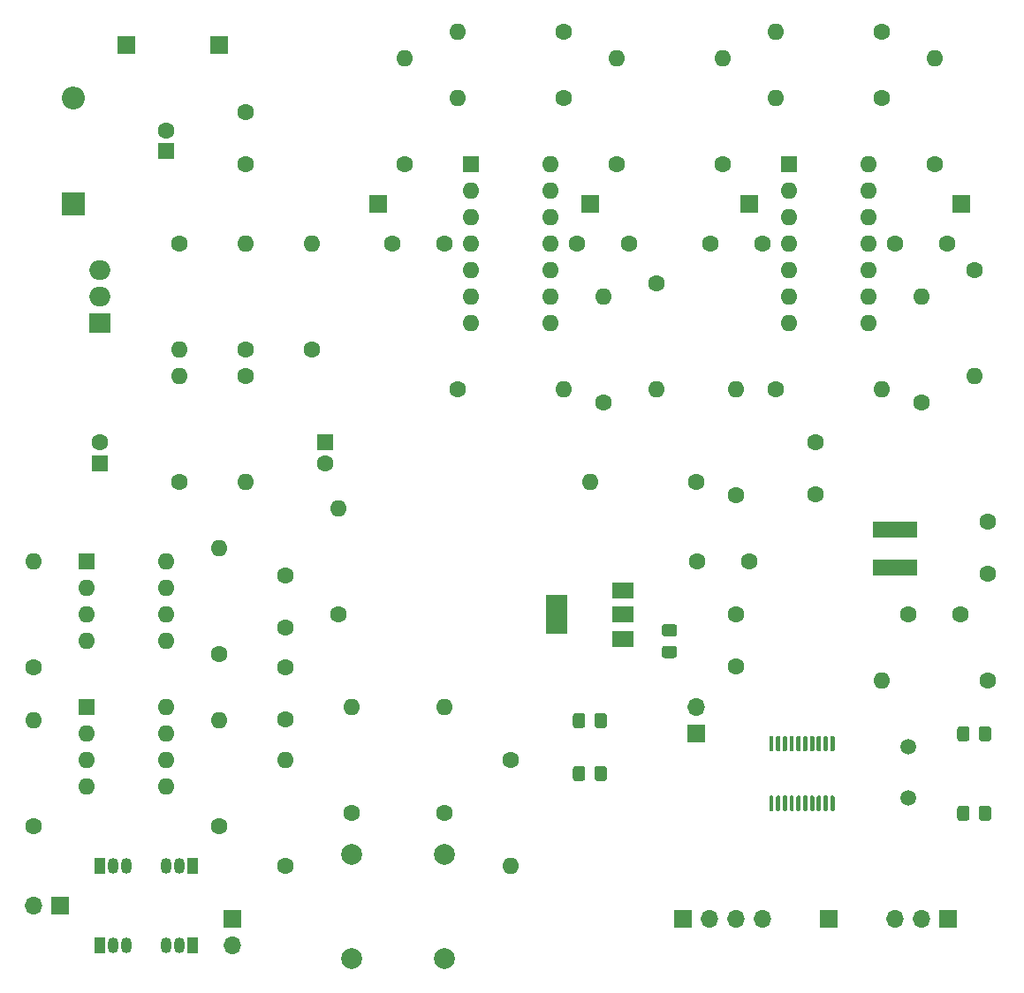
<source format=gbr>
%TF.GenerationSoftware,KiCad,Pcbnew,5.1.8-5.1.8*%
%TF.CreationDate,2021-02-27T17:22:07+08:00*%
%TF.ProjectId,Resolver,5265736f-6c76-4657-922e-6b696361645f,rev?*%
%TF.SameCoordinates,Original*%
%TF.FileFunction,Soldermask,Top*%
%TF.FilePolarity,Negative*%
%FSLAX46Y46*%
G04 Gerber Fmt 4.6, Leading zero omitted, Abs format (unit mm)*
G04 Created by KiCad (PCBNEW 5.1.8-5.1.8) date 2021-02-27 17:22:07*
%MOMM*%
%LPD*%
G01*
G04 APERTURE LIST*
%ADD10O,1.600000X1.600000*%
%ADD11C,1.600000*%
%ADD12O,1.700000X1.700000*%
%ADD13R,1.700000X1.700000*%
%ADD14C,1.500000*%
%ADD15R,1.600000X1.600000*%
%ADD16R,2.000000X1.500000*%
%ADD17R,2.000000X3.800000*%
%ADD18O,2.000000X1.905000*%
%ADD19R,2.000000X1.905000*%
%ADD20R,1.050000X1.500000*%
%ADD21O,1.050000X1.500000*%
%ADD22R,4.200000X1.500000*%
%ADD23O,2.200000X2.200000*%
%ADD24R,2.200000X2.200000*%
%ADD25C,2.000000*%
G04 APERTURE END LIST*
D10*
%TO.C,R31*%
X181610000Y-473710000D03*
D11*
X181610000Y-483870000D03*
%TD*%
D10*
%TO.C,R30*%
X194310000Y-472440000D03*
D11*
X194310000Y-482600000D03*
%TD*%
D10*
%TO.C,R29*%
X203200000Y-472440000D03*
D11*
X203200000Y-482600000D03*
%TD*%
D10*
%TO.C,R28*%
X187960000Y-477520000D03*
D11*
X187960000Y-487680000D03*
%TD*%
D10*
%TO.C,R27*%
X209550000Y-487680000D03*
D11*
X209550000Y-477520000D03*
%TD*%
D10*
%TO.C,R26*%
X163830000Y-473710000D03*
D11*
X163830000Y-483870000D03*
%TD*%
D10*
%TO.C,R25*%
X181610000Y-457200000D03*
D11*
X181610000Y-467360000D03*
%TD*%
D10*
%TO.C,R24*%
X231140000Y-441960000D03*
D11*
X231140000Y-452120000D03*
%TD*%
D10*
%TO.C,R23*%
X217170000Y-450850000D03*
D11*
X227330000Y-450850000D03*
%TD*%
D10*
%TO.C,R22*%
X245110000Y-441960000D03*
D11*
X234950000Y-441960000D03*
%TD*%
D10*
%TO.C,R21*%
X214630000Y-441960000D03*
D11*
X204470000Y-441960000D03*
%TD*%
D10*
%TO.C,R20*%
X248920000Y-433070000D03*
D11*
X248920000Y-443230000D03*
%TD*%
D10*
%TO.C,R19*%
X218440000Y-433070000D03*
D11*
X218440000Y-443230000D03*
%TD*%
D10*
%TO.C,R18*%
X254000000Y-440690000D03*
D11*
X254000000Y-430530000D03*
%TD*%
D10*
%TO.C,R17*%
X234950000Y-407670000D03*
D11*
X245110000Y-407670000D03*
%TD*%
D10*
%TO.C,R16*%
X223520000Y-441960000D03*
D11*
X223520000Y-431800000D03*
%TD*%
D10*
%TO.C,R15*%
X204470000Y-407670000D03*
D11*
X214630000Y-407670000D03*
%TD*%
D10*
%TO.C,R14*%
X229870000Y-410210000D03*
D11*
X229870000Y-420370000D03*
%TD*%
D10*
%TO.C,R13*%
X199390000Y-410210000D03*
D11*
X199390000Y-420370000D03*
%TD*%
D10*
%TO.C,R12*%
X250190000Y-410210000D03*
D11*
X250190000Y-420370000D03*
%TD*%
D10*
%TO.C,R11*%
X219710000Y-410210000D03*
D11*
X219710000Y-420370000D03*
%TD*%
D10*
%TO.C,R10*%
X234950000Y-414020000D03*
D11*
X245110000Y-414020000D03*
%TD*%
D10*
%TO.C,R9*%
X204470000Y-414020000D03*
D11*
X214630000Y-414020000D03*
%TD*%
D10*
%TO.C,R8*%
X163830000Y-458470000D03*
D11*
X163830000Y-468630000D03*
%TD*%
D10*
%TO.C,R7*%
X193040000Y-453390000D03*
D11*
X193040000Y-463550000D03*
%TD*%
D10*
%TO.C,R6*%
X177800000Y-440690000D03*
D11*
X177800000Y-450850000D03*
%TD*%
D10*
%TO.C,R5*%
X184150000Y-450850000D03*
D11*
X184150000Y-440690000D03*
%TD*%
D10*
%TO.C,R4*%
X245110000Y-469900000D03*
D11*
X255270000Y-469900000D03*
%TD*%
D10*
%TO.C,R3*%
X177800000Y-438150000D03*
D11*
X177800000Y-427990000D03*
%TD*%
D10*
%TO.C,R2*%
X190500000Y-427990000D03*
D11*
X190500000Y-438150000D03*
%TD*%
D10*
%TO.C,R1*%
X184150000Y-427990000D03*
D11*
X184150000Y-438150000D03*
%TD*%
D12*
%TO.C,J13*%
X182880000Y-495300000D03*
D13*
X182880000Y-492760000D03*
%TD*%
D14*
%TO.C,Y1*%
X247650000Y-481130000D03*
X247650000Y-476250000D03*
%TD*%
D10*
%TO.C,U8*%
X176530000Y-472440000D03*
X168910000Y-480060000D03*
X176530000Y-474980000D03*
X168910000Y-477520000D03*
X176530000Y-477520000D03*
X168910000Y-474980000D03*
X176530000Y-480060000D03*
D15*
X168910000Y-472440000D03*
%TD*%
D10*
%TO.C,U7*%
X243840000Y-420370000D03*
X236220000Y-435610000D03*
X243840000Y-422910000D03*
X236220000Y-433070000D03*
X243840000Y-425450000D03*
X236220000Y-430530000D03*
X243840000Y-427990000D03*
X236220000Y-427990000D03*
X243840000Y-430530000D03*
X236220000Y-425450000D03*
X243840000Y-433070000D03*
X236220000Y-422910000D03*
X243840000Y-435610000D03*
D15*
X236220000Y-420370000D03*
%TD*%
D10*
%TO.C,U6*%
X213360000Y-420370000D03*
X205740000Y-435610000D03*
X213360000Y-422910000D03*
X205740000Y-433070000D03*
X213360000Y-425450000D03*
X205740000Y-430530000D03*
X213360000Y-427990000D03*
X205740000Y-427990000D03*
X213360000Y-430530000D03*
X205740000Y-425450000D03*
X213360000Y-433070000D03*
X205740000Y-422910000D03*
X213360000Y-435610000D03*
D15*
X205740000Y-420370000D03*
%TD*%
%TO.C,U4*%
G36*
G01*
X240315000Y-480915000D02*
X240515000Y-480915000D01*
G75*
G02*
X240615000Y-481015000I0J-100000D01*
G01*
X240615000Y-482290000D01*
G75*
G02*
X240515000Y-482390000I-100000J0D01*
G01*
X240315000Y-482390000D01*
G75*
G02*
X240215000Y-482290000I0J100000D01*
G01*
X240215000Y-481015000D01*
G75*
G02*
X240315000Y-480915000I100000J0D01*
G01*
G37*
G36*
G01*
X239665000Y-480915000D02*
X239865000Y-480915000D01*
G75*
G02*
X239965000Y-481015000I0J-100000D01*
G01*
X239965000Y-482290000D01*
G75*
G02*
X239865000Y-482390000I-100000J0D01*
G01*
X239665000Y-482390000D01*
G75*
G02*
X239565000Y-482290000I0J100000D01*
G01*
X239565000Y-481015000D01*
G75*
G02*
X239665000Y-480915000I100000J0D01*
G01*
G37*
G36*
G01*
X239015000Y-480915000D02*
X239215000Y-480915000D01*
G75*
G02*
X239315000Y-481015000I0J-100000D01*
G01*
X239315000Y-482290000D01*
G75*
G02*
X239215000Y-482390000I-100000J0D01*
G01*
X239015000Y-482390000D01*
G75*
G02*
X238915000Y-482290000I0J100000D01*
G01*
X238915000Y-481015000D01*
G75*
G02*
X239015000Y-480915000I100000J0D01*
G01*
G37*
G36*
G01*
X238365000Y-480915000D02*
X238565000Y-480915000D01*
G75*
G02*
X238665000Y-481015000I0J-100000D01*
G01*
X238665000Y-482290000D01*
G75*
G02*
X238565000Y-482390000I-100000J0D01*
G01*
X238365000Y-482390000D01*
G75*
G02*
X238265000Y-482290000I0J100000D01*
G01*
X238265000Y-481015000D01*
G75*
G02*
X238365000Y-480915000I100000J0D01*
G01*
G37*
G36*
G01*
X237715000Y-480915000D02*
X237915000Y-480915000D01*
G75*
G02*
X238015000Y-481015000I0J-100000D01*
G01*
X238015000Y-482290000D01*
G75*
G02*
X237915000Y-482390000I-100000J0D01*
G01*
X237715000Y-482390000D01*
G75*
G02*
X237615000Y-482290000I0J100000D01*
G01*
X237615000Y-481015000D01*
G75*
G02*
X237715000Y-480915000I100000J0D01*
G01*
G37*
G36*
G01*
X237065000Y-480915000D02*
X237265000Y-480915000D01*
G75*
G02*
X237365000Y-481015000I0J-100000D01*
G01*
X237365000Y-482290000D01*
G75*
G02*
X237265000Y-482390000I-100000J0D01*
G01*
X237065000Y-482390000D01*
G75*
G02*
X236965000Y-482290000I0J100000D01*
G01*
X236965000Y-481015000D01*
G75*
G02*
X237065000Y-480915000I100000J0D01*
G01*
G37*
G36*
G01*
X236415000Y-480915000D02*
X236615000Y-480915000D01*
G75*
G02*
X236715000Y-481015000I0J-100000D01*
G01*
X236715000Y-482290000D01*
G75*
G02*
X236615000Y-482390000I-100000J0D01*
G01*
X236415000Y-482390000D01*
G75*
G02*
X236315000Y-482290000I0J100000D01*
G01*
X236315000Y-481015000D01*
G75*
G02*
X236415000Y-480915000I100000J0D01*
G01*
G37*
G36*
G01*
X235765000Y-480915000D02*
X235965000Y-480915000D01*
G75*
G02*
X236065000Y-481015000I0J-100000D01*
G01*
X236065000Y-482290000D01*
G75*
G02*
X235965000Y-482390000I-100000J0D01*
G01*
X235765000Y-482390000D01*
G75*
G02*
X235665000Y-482290000I0J100000D01*
G01*
X235665000Y-481015000D01*
G75*
G02*
X235765000Y-480915000I100000J0D01*
G01*
G37*
G36*
G01*
X235115000Y-480915000D02*
X235315000Y-480915000D01*
G75*
G02*
X235415000Y-481015000I0J-100000D01*
G01*
X235415000Y-482290000D01*
G75*
G02*
X235315000Y-482390000I-100000J0D01*
G01*
X235115000Y-482390000D01*
G75*
G02*
X235015000Y-482290000I0J100000D01*
G01*
X235015000Y-481015000D01*
G75*
G02*
X235115000Y-480915000I100000J0D01*
G01*
G37*
G36*
G01*
X234465000Y-480915000D02*
X234665000Y-480915000D01*
G75*
G02*
X234765000Y-481015000I0J-100000D01*
G01*
X234765000Y-482290000D01*
G75*
G02*
X234665000Y-482390000I-100000J0D01*
G01*
X234465000Y-482390000D01*
G75*
G02*
X234365000Y-482290000I0J100000D01*
G01*
X234365000Y-481015000D01*
G75*
G02*
X234465000Y-480915000I100000J0D01*
G01*
G37*
G36*
G01*
X234465000Y-475190000D02*
X234665000Y-475190000D01*
G75*
G02*
X234765000Y-475290000I0J-100000D01*
G01*
X234765000Y-476565000D01*
G75*
G02*
X234665000Y-476665000I-100000J0D01*
G01*
X234465000Y-476665000D01*
G75*
G02*
X234365000Y-476565000I0J100000D01*
G01*
X234365000Y-475290000D01*
G75*
G02*
X234465000Y-475190000I100000J0D01*
G01*
G37*
G36*
G01*
X235115000Y-475190000D02*
X235315000Y-475190000D01*
G75*
G02*
X235415000Y-475290000I0J-100000D01*
G01*
X235415000Y-476565000D01*
G75*
G02*
X235315000Y-476665000I-100000J0D01*
G01*
X235115000Y-476665000D01*
G75*
G02*
X235015000Y-476565000I0J100000D01*
G01*
X235015000Y-475290000D01*
G75*
G02*
X235115000Y-475190000I100000J0D01*
G01*
G37*
G36*
G01*
X235765000Y-475190000D02*
X235965000Y-475190000D01*
G75*
G02*
X236065000Y-475290000I0J-100000D01*
G01*
X236065000Y-476565000D01*
G75*
G02*
X235965000Y-476665000I-100000J0D01*
G01*
X235765000Y-476665000D01*
G75*
G02*
X235665000Y-476565000I0J100000D01*
G01*
X235665000Y-475290000D01*
G75*
G02*
X235765000Y-475190000I100000J0D01*
G01*
G37*
G36*
G01*
X236415000Y-475190000D02*
X236615000Y-475190000D01*
G75*
G02*
X236715000Y-475290000I0J-100000D01*
G01*
X236715000Y-476565000D01*
G75*
G02*
X236615000Y-476665000I-100000J0D01*
G01*
X236415000Y-476665000D01*
G75*
G02*
X236315000Y-476565000I0J100000D01*
G01*
X236315000Y-475290000D01*
G75*
G02*
X236415000Y-475190000I100000J0D01*
G01*
G37*
G36*
G01*
X237065000Y-475190000D02*
X237265000Y-475190000D01*
G75*
G02*
X237365000Y-475290000I0J-100000D01*
G01*
X237365000Y-476565000D01*
G75*
G02*
X237265000Y-476665000I-100000J0D01*
G01*
X237065000Y-476665000D01*
G75*
G02*
X236965000Y-476565000I0J100000D01*
G01*
X236965000Y-475290000D01*
G75*
G02*
X237065000Y-475190000I100000J0D01*
G01*
G37*
G36*
G01*
X237715000Y-475190000D02*
X237915000Y-475190000D01*
G75*
G02*
X238015000Y-475290000I0J-100000D01*
G01*
X238015000Y-476565000D01*
G75*
G02*
X237915000Y-476665000I-100000J0D01*
G01*
X237715000Y-476665000D01*
G75*
G02*
X237615000Y-476565000I0J100000D01*
G01*
X237615000Y-475290000D01*
G75*
G02*
X237715000Y-475190000I100000J0D01*
G01*
G37*
G36*
G01*
X238365000Y-475190000D02*
X238565000Y-475190000D01*
G75*
G02*
X238665000Y-475290000I0J-100000D01*
G01*
X238665000Y-476565000D01*
G75*
G02*
X238565000Y-476665000I-100000J0D01*
G01*
X238365000Y-476665000D01*
G75*
G02*
X238265000Y-476565000I0J100000D01*
G01*
X238265000Y-475290000D01*
G75*
G02*
X238365000Y-475190000I100000J0D01*
G01*
G37*
G36*
G01*
X239015000Y-475190000D02*
X239215000Y-475190000D01*
G75*
G02*
X239315000Y-475290000I0J-100000D01*
G01*
X239315000Y-476565000D01*
G75*
G02*
X239215000Y-476665000I-100000J0D01*
G01*
X239015000Y-476665000D01*
G75*
G02*
X238915000Y-476565000I0J100000D01*
G01*
X238915000Y-475290000D01*
G75*
G02*
X239015000Y-475190000I100000J0D01*
G01*
G37*
G36*
G01*
X239665000Y-475190000D02*
X239865000Y-475190000D01*
G75*
G02*
X239965000Y-475290000I0J-100000D01*
G01*
X239965000Y-476565000D01*
G75*
G02*
X239865000Y-476665000I-100000J0D01*
G01*
X239665000Y-476665000D01*
G75*
G02*
X239565000Y-476565000I0J100000D01*
G01*
X239565000Y-475290000D01*
G75*
G02*
X239665000Y-475190000I100000J0D01*
G01*
G37*
G36*
G01*
X240315000Y-475190000D02*
X240515000Y-475190000D01*
G75*
G02*
X240615000Y-475290000I0J-100000D01*
G01*
X240615000Y-476565000D01*
G75*
G02*
X240515000Y-476665000I-100000J0D01*
G01*
X240315000Y-476665000D01*
G75*
G02*
X240215000Y-476565000I0J100000D01*
G01*
X240215000Y-475290000D01*
G75*
G02*
X240315000Y-475190000I100000J0D01*
G01*
G37*
%TD*%
D16*
%TO.C,U3*%
X220320000Y-465850000D03*
X220320000Y-461250000D03*
X220320000Y-463550000D03*
D17*
X214020000Y-463550000D03*
%TD*%
D10*
%TO.C,U2*%
X176530000Y-458470000D03*
X168910000Y-466090000D03*
X176530000Y-461010000D03*
X168910000Y-463550000D03*
X176530000Y-463550000D03*
X168910000Y-461010000D03*
X176530000Y-466090000D03*
D15*
X168910000Y-458470000D03*
%TD*%
D18*
%TO.C,U1*%
X170180000Y-430530000D03*
X170180000Y-433070000D03*
D19*
X170180000Y-435610000D03*
%TD*%
D20*
%TO.C,Q4*%
X179070000Y-487680000D03*
D21*
X176530000Y-487680000D03*
X177800000Y-487680000D03*
%TD*%
D20*
%TO.C,Q3*%
X179070000Y-495300000D03*
D21*
X176530000Y-495300000D03*
X177800000Y-495300000D03*
%TD*%
D20*
%TO.C,Q2*%
X170180000Y-487680000D03*
D21*
X172720000Y-487680000D03*
X171450000Y-487680000D03*
%TD*%
D20*
%TO.C,Q1*%
X170180000Y-495300000D03*
D21*
X172720000Y-495300000D03*
X171450000Y-495300000D03*
%TD*%
D22*
%TO.C,L9*%
X246380000Y-455400000D03*
X246380000Y-459000000D03*
%TD*%
D12*
%TO.C,J12*%
X163830000Y-491490000D03*
D13*
X166370000Y-491490000D03*
%TD*%
%TO.C,J11*%
X240030000Y-492760000D03*
%TD*%
D12*
%TO.C,J10*%
X233680000Y-492760000D03*
X231140000Y-492760000D03*
X228600000Y-492760000D03*
D13*
X226060000Y-492760000D03*
%TD*%
D12*
%TO.C,J9*%
X227330000Y-472440000D03*
D13*
X227330000Y-474980000D03*
%TD*%
D12*
%TO.C,J8*%
X246380000Y-492760000D03*
X248920000Y-492760000D03*
D13*
X251460000Y-492760000D03*
%TD*%
%TO.C,J6*%
X181610000Y-408940000D03*
%TD*%
%TO.C,J5*%
X172720000Y-408940000D03*
%TD*%
%TO.C,J4*%
X196850000Y-424180000D03*
%TD*%
%TO.C,J3*%
X252730000Y-424180000D03*
%TD*%
%TO.C,J2*%
X232410000Y-424180000D03*
%TD*%
%TO.C,J1*%
X217170000Y-424180000D03*
%TD*%
D23*
%TO.C,D1*%
X167640000Y-414020000D03*
D24*
X167640000Y-424180000D03*
%TD*%
D11*
%TO.C,C24*%
X187960000Y-459820000D03*
X187960000Y-464820000D03*
%TD*%
%TO.C,C23*%
X187960000Y-473630000D03*
X187960000Y-468630000D03*
%TD*%
D25*
%TO.C,C22*%
X194310000Y-486570000D03*
X194310000Y-496570000D03*
%TD*%
%TO.C,C21*%
X203200000Y-486570000D03*
X203200000Y-496570000D03*
%TD*%
%TO.C,C20*%
G36*
G01*
X217620000Y-479265000D02*
X217620000Y-478315000D01*
G75*
G02*
X217870000Y-478065000I250000J0D01*
G01*
X218545000Y-478065000D01*
G75*
G02*
X218795000Y-478315000I0J-250000D01*
G01*
X218795000Y-479265000D01*
G75*
G02*
X218545000Y-479515000I-250000J0D01*
G01*
X217870000Y-479515000D01*
G75*
G02*
X217620000Y-479265000I0J250000D01*
G01*
G37*
G36*
G01*
X215545000Y-479265000D02*
X215545000Y-478315000D01*
G75*
G02*
X215795000Y-478065000I250000J0D01*
G01*
X216470000Y-478065000D01*
G75*
G02*
X216720000Y-478315000I0J-250000D01*
G01*
X216720000Y-479265000D01*
G75*
G02*
X216470000Y-479515000I-250000J0D01*
G01*
X215795000Y-479515000D01*
G75*
G02*
X215545000Y-479265000I0J250000D01*
G01*
G37*
%TD*%
D11*
%TO.C,C19*%
X238760000Y-447040000D03*
X238760000Y-452040000D03*
%TD*%
%TO.C,C18*%
X227410000Y-458470000D03*
X232410000Y-458470000D03*
%TD*%
%TO.C,C17*%
X228680000Y-427990000D03*
X233680000Y-427990000D03*
%TD*%
%TO.C,C16*%
X198200000Y-427990000D03*
X203200000Y-427990000D03*
%TD*%
%TO.C,C15*%
X251380000Y-427990000D03*
X246380000Y-427990000D03*
%TD*%
%TO.C,C14*%
X220900000Y-427990000D03*
X215900000Y-427990000D03*
%TD*%
%TO.C,C13*%
G36*
G01*
X217620000Y-474185000D02*
X217620000Y-473235000D01*
G75*
G02*
X217870000Y-472985000I250000J0D01*
G01*
X218545000Y-472985000D01*
G75*
G02*
X218795000Y-473235000I0J-250000D01*
G01*
X218795000Y-474185000D01*
G75*
G02*
X218545000Y-474435000I-250000J0D01*
G01*
X217870000Y-474435000D01*
G75*
G02*
X217620000Y-474185000I0J250000D01*
G01*
G37*
G36*
G01*
X215545000Y-474185000D02*
X215545000Y-473235000D01*
G75*
G02*
X215795000Y-472985000I250000J0D01*
G01*
X216470000Y-472985000D01*
G75*
G02*
X216720000Y-473235000I0J-250000D01*
G01*
X216720000Y-474185000D01*
G75*
G02*
X216470000Y-474435000I-250000J0D01*
G01*
X215795000Y-474435000D01*
G75*
G02*
X215545000Y-474185000I0J250000D01*
G01*
G37*
%TD*%
%TO.C,C12*%
X255270000Y-459660000D03*
X255270000Y-454660000D03*
%TD*%
%TO.C,C9*%
G36*
G01*
X224315000Y-466540000D02*
X225265000Y-466540000D01*
G75*
G02*
X225515000Y-466790000I0J-250000D01*
G01*
X225515000Y-467465000D01*
G75*
G02*
X225265000Y-467715000I-250000J0D01*
G01*
X224315000Y-467715000D01*
G75*
G02*
X224065000Y-467465000I0J250000D01*
G01*
X224065000Y-466790000D01*
G75*
G02*
X224315000Y-466540000I250000J0D01*
G01*
G37*
G36*
G01*
X224315000Y-464465000D02*
X225265000Y-464465000D01*
G75*
G02*
X225515000Y-464715000I0J-250000D01*
G01*
X225515000Y-465390000D01*
G75*
G02*
X225265000Y-465640000I-250000J0D01*
G01*
X224315000Y-465640000D01*
G75*
G02*
X224065000Y-465390000I0J250000D01*
G01*
X224065000Y-464715000D01*
G75*
G02*
X224315000Y-464465000I250000J0D01*
G01*
G37*
%TD*%
%TO.C,C8*%
X231140000Y-468550000D03*
X231140000Y-463550000D03*
%TD*%
%TO.C,C7*%
X252650000Y-463550000D03*
X247650000Y-463550000D03*
%TD*%
%TO.C,C6*%
G36*
G01*
X254450000Y-483075000D02*
X254450000Y-482125000D01*
G75*
G02*
X254700000Y-481875000I250000J0D01*
G01*
X255375000Y-481875000D01*
G75*
G02*
X255625000Y-482125000I0J-250000D01*
G01*
X255625000Y-483075000D01*
G75*
G02*
X255375000Y-483325000I-250000J0D01*
G01*
X254700000Y-483325000D01*
G75*
G02*
X254450000Y-483075000I0J250000D01*
G01*
G37*
G36*
G01*
X252375000Y-483075000D02*
X252375000Y-482125000D01*
G75*
G02*
X252625000Y-481875000I250000J0D01*
G01*
X253300000Y-481875000D01*
G75*
G02*
X253550000Y-482125000I0J-250000D01*
G01*
X253550000Y-483075000D01*
G75*
G02*
X253300000Y-483325000I-250000J0D01*
G01*
X252625000Y-483325000D01*
G75*
G02*
X252375000Y-483075000I0J250000D01*
G01*
G37*
%TD*%
%TO.C,C5*%
G36*
G01*
X254450000Y-475455000D02*
X254450000Y-474505000D01*
G75*
G02*
X254700000Y-474255000I250000J0D01*
G01*
X255375000Y-474255000D01*
G75*
G02*
X255625000Y-474505000I0J-250000D01*
G01*
X255625000Y-475455000D01*
G75*
G02*
X255375000Y-475705000I-250000J0D01*
G01*
X254700000Y-475705000D01*
G75*
G02*
X254450000Y-475455000I0J250000D01*
G01*
G37*
G36*
G01*
X252375000Y-475455000D02*
X252375000Y-474505000D01*
G75*
G02*
X252625000Y-474255000I250000J0D01*
G01*
X253300000Y-474255000D01*
G75*
G02*
X253550000Y-474505000I0J-250000D01*
G01*
X253550000Y-475455000D01*
G75*
G02*
X253300000Y-475705000I-250000J0D01*
G01*
X252625000Y-475705000D01*
G75*
G02*
X252375000Y-475455000I0J250000D01*
G01*
G37*
%TD*%
%TO.C,C4*%
X170180000Y-447040000D03*
D15*
X170180000Y-449040000D03*
%TD*%
D11*
%TO.C,C3*%
X191770000Y-449040000D03*
D15*
X191770000Y-447040000D03*
%TD*%
D11*
%TO.C,C2*%
X184150000Y-415370000D03*
X184150000Y-420370000D03*
%TD*%
%TO.C,C1*%
X176530000Y-417100000D03*
D15*
X176530000Y-419100000D03*
%TD*%
M02*

</source>
